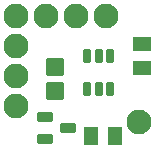
<source format=gts>
G04 Layer: TopSolderMaskLayer*
G04 EasyEDA v6.5.34, 2023-08-04 13:32:26*
G04 bbc724a3160443c299c4a0849263c14a,cd312f753a894c7fad135853063bf967,10*
G04 Gerber Generator version 0.2*
G04 Scale: 100 percent, Rotated: No, Reflected: No *
G04 Dimensions in millimeters *
G04 leading zeros omitted , absolute positions ,4 integer and 5 decimal *
%FSLAX45Y45*%
%MOMM*%

%AMMACRO1*1,1,$1,$2,$3*1,1,$1,$4,$5*1,1,$1,0-$2,0-$3*1,1,$1,0-$4,0-$5*20,1,$1,$2,$3,$4,$5,0*20,1,$1,$4,$5,0-$2,0-$3,0*20,1,$1,0-$2,0-$3,0-$4,0-$5,0*20,1,$1,0-$4,0-$5,$2,$3,0*4,1,4,$2,$3,$4,$5,0-$2,0-$3,0-$4,0-$5,$2,$3,0*%
%ADD10MACRO1,0.1016X-0.275X-0.5X-0.275X0.5*%
%ADD11MACRO1,0.1016X-0.675X0.705X0.675X0.705*%
%ADD12MACRO1,0.1016X-0.675X-0.705X0.675X-0.705*%
%ADD13MACRO1,0.1016X0.6885X-0.5663X-0.6885X-0.5663*%
%ADD14MACRO1,0.1016X0.6885X0.5663X-0.6885X0.5663*%
%ADD15C,2.1016*%
%ADD16MACRO1,0.1016X0.5663X0.6885X0.5663X-0.6885*%
%ADD17MACRO1,0.1016X-0.5663X0.6885X-0.5663X-0.6885*%
%ADD18MACRO1,0.1016X0.625X-0.35X-0.625X-0.35*%

%LPD*%
D10*
G01*
X832096Y-571197D03*
G01*
X927092Y-571197D03*
G01*
X1022088Y-571197D03*
G01*
X1022088Y-851207D03*
G01*
X927092Y-851207D03*
G01*
X832096Y-851207D03*
D11*
G01*
X558800Y-862002D03*
D12*
G01*
X558800Y-661997D03*
D13*
G01*
X1295400Y-471495D03*
D14*
G01*
X1295400Y-671504D03*
D15*
G01*
X990600Y-228600D03*
G01*
X736600Y-228600D03*
G01*
X482600Y-228600D03*
G01*
X228600Y-228600D03*
D16*
G01*
X865195Y-1244600D03*
D17*
G01*
X1065204Y-1244600D03*
D18*
G01*
X471500Y-1086103D03*
G01*
X471500Y-1276094D03*
G01*
X671499Y-1181098D03*
D15*
G01*
X228600Y-482600D03*
G01*
X228600Y-736600D03*
G01*
X228600Y-990600D03*
G01*
X1270000Y-1130300D03*
M02*

</source>
